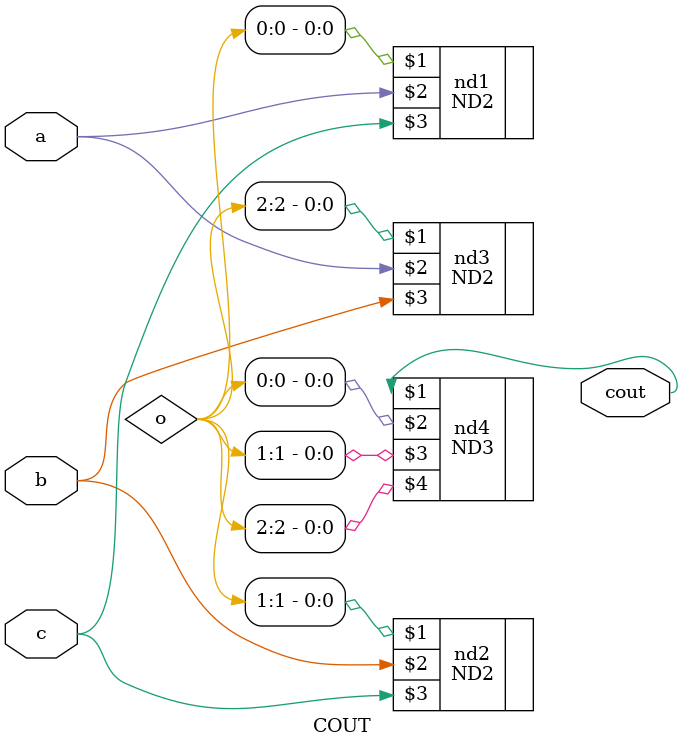
<source format=v>
`timescale 1ns/1ps
module COMPARATOR_51(median, i0, i1, i2, i3, i4);
	//DO NOT CHANGE!
	output [2:0] median;
	input  [5:0] i0, i1, i2, i3, i4;

	wire [3:0] result_i0, result_i1, result_i2, result_i3,result_i4;
	wire [3:0] result;
	
	
	//---------------------------------------------------
	//Write your design here

	COMPARATOR_21 cmp_0_1(result_i0[0],i0,i1);
	COMPARATOR_21 cmp_0_2(result_i0[1],i0,i2);
	COMPARATOR_21 cmp_0_3(result_i0[2],i0,i3);
	COMPARATOR_21 cmp_0_4(result_i0[3],i0,i4);
	CHECKER ckr_0 (result[0],result_i0);
	
	COMPARATOR_21 cmp_1_0(result_i1[0],i1,i0);
	COMPARATOR_21 cmp_1_2(result_i1[1],i1,i2);
	COMPARATOR_21 cmp_1_3(result_i1[2],i1,i3);
	COMPARATOR_21 cmp_1_4(result_i1[3],i1,i4);
	CHECKER ckr_1 (result[1],result_i1);

	COMPARATOR_21 cmp_2_0(result_i2[0],i2,i0);
	COMPARATOR_21 cmp_2_1(result_i2[1],i2,i1);
	COMPARATOR_21 cmp_2_3(result_i2[2],i2,i3);
	COMPARATOR_21 cmp_2_4(result_i2[3],i2,i4);
	CHECKER ckr_2 (result[2],result_i2);

	COMPARATOR_21 cmp_3_0(result_i3[0],i3,i0);
	COMPARATOR_21 cmp_3_1(result_i3[1],i3,i1);
	COMPARATOR_21 cmp_3_2(result_i3[2],i3,i2);
	COMPARATOR_21 cmp_3_4(result_i3[3],i3,i4);
	CHECKER ckr_3 (result[3],result_i3);

	COMPARATOR_21 cmp_4_0(result_i4[0],i4,i0);
	COMPARATOR_21 cmp_4_1(result_i4[1],i4,i1);
	COMPARATOR_21 cmp_4_2(result_i4[2],i4,i2);
	COMPARATOR_21 cmp_4_3(result_i4[3],i4,i3);
	CHECKER ckr_4 (median[2],result_i4);

	OR2 or_end_1 (median[1],result[2],result[3]);
	OR2 or_end_2 (median[0],result[1],result[3]);



endmodule

module COMPARATOR_21(a_smaller,a,b);
	output a_smaller;
	input [5:0] a,b;

	wire [5:0] a_inv;
	wire [0:0] c1,c2,c3,c4,c5;
	wire c0 = 1;

	IV inv0(a_inv[0],a[0]);
	IV inv1(a_inv[1],a[1]);
	IV inv2(a_inv[2],a[2]);
	IV inv3(a_inv[3],a[3]);
	IV inv4(a_inv[4],a[4]);
	IV inv5(a_inv[5],a[5]);

	COUT co0(c1,a_inv[0],b[0],c0);
	COUT co1(c2,a_inv[1],b[1],c1);
	COUT co2(c3,a_inv[2],b[2],c2);
	COUT co3(c4,a_inv[3],b[3],c3);
	COUT co4(c5,a_inv[4],b[4],c4);
	COUT co5(a_smaller,a_inv[5],b[5],c5);
endmodule

module CHECKER(result,a0);
	output result;
	input [3:0] a0;

	wire [3:0] a1;
	wire [5:0] nand_o;
	wire [2:0] nr;

	IV iv03(a1[3],a0[3]);
	IV iv02(a1[2],a0[2]);
	IV iv01(a1[1],a0[1]);
	IV iv00(a1[0],a0[0]);

	ND4 nd4_1(nand_o[0],a1[3],a1[2],a0[1],a0[0]);
	ND4 nd4_2(nand_o[1],a1[3],a0[2],a1[1],a0[0]);
	ND4 nd4_3(nand_o[2],a1[3],a0[2],a0[1],a1[0]);
	ND4 nd4_4(nand_o[3],a0[3],a1[2],a1[1],a0[0]);
	ND4 nd4_5(nand_o[4],a0[3],a1[2],a0[1],a1[0]);
	ND4 nd4_6(nand_o[5],a0[3],a0[2],a1[1],a1[0]);

	ND3 nd3_1(nr[0],nand_o[0],nand_o[1],nand_o[2]);
	ND3 nd3_2(nr[1],nand_o[3],nand_o[4],nand_o[5]);
	OR2 or2(result,nr[0],nr[1]);

endmodule

module COUT(cout,a,b,c);
	output cout;
	input a,b,c;
	wire [2:0] o;
	ND2 nd1(o[0],a,c);
	ND2 nd2(o[1],b,c);
	ND2 nd3(o[2],a,b);
	ND3 nd4(cout, o[0],o[1],o[2]);

endmodule
</source>
